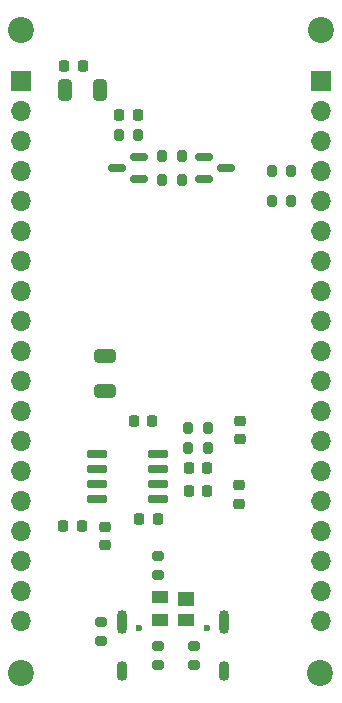
<source format=gbr>
%TF.GenerationSoftware,KiCad,Pcbnew,5.99.0-unknown-46c4727783~106~ubuntu20.04.1*%
%TF.CreationDate,2021-01-07T16:46:55-03:00*%
%TF.ProjectId,lisa32,6c697361-3332-42e6-9b69-6361645f7063,rev?*%
%TF.SameCoordinates,Original*%
%TF.FileFunction,Soldermask,Bot*%
%TF.FilePolarity,Negative*%
%FSLAX46Y46*%
G04 Gerber Fmt 4.6, Leading zero omitted, Abs format (unit mm)*
G04 Created by KiCad (PCBNEW 5.99.0-unknown-46c4727783~106~ubuntu20.04.1) date 2021-01-07 16:46:55*
%MOMM*%
%LPD*%
G01*
G04 APERTURE LIST*
G04 Aperture macros list*
%AMRoundRect*
0 Rectangle with rounded corners*
0 $1 Rounding radius*
0 $2 $3 $4 $5 $6 $7 $8 $9 X,Y pos of 4 corners*
0 Add a 4 corners polygon primitive as box body*
4,1,4,$2,$3,$4,$5,$6,$7,$8,$9,$2,$3,0*
0 Add four circle primitives for the rounded corners*
1,1,$1+$1,$2,$3,0*
1,1,$1+$1,$4,$5,0*
1,1,$1+$1,$6,$7,0*
1,1,$1+$1,$8,$9,0*
0 Add four rect primitives between the rounded corners*
20,1,$1+$1,$2,$3,$4,$5,0*
20,1,$1+$1,$4,$5,$6,$7,0*
20,1,$1+$1,$6,$7,$8,$9,0*
20,1,$1+$1,$8,$9,$2,$3,0*%
G04 Aperture macros list end*
%ADD10C,0.600000*%
%ADD11O,0.900000X1.700000*%
%ADD12O,0.900000X2.000000*%
%ADD13R,1.700000X1.700000*%
%ADD14O,1.700000X1.700000*%
%ADD15C,2.200000*%
%ADD16R,1.400000X1.200000*%
%ADD17R,1.400000X1.000000*%
%ADD18RoundRect,0.150000X-0.587500X-0.150000X0.587500X-0.150000X0.587500X0.150000X-0.587500X0.150000X0*%
%ADD19RoundRect,0.200000X-0.200000X-0.275000X0.200000X-0.275000X0.200000X0.275000X-0.200000X0.275000X0*%
%ADD20RoundRect,0.200000X-0.275000X0.200000X-0.275000X-0.200000X0.275000X-0.200000X0.275000X0.200000X0*%
%ADD21RoundRect,0.225000X-0.250000X0.225000X-0.250000X-0.225000X0.250000X-0.225000X0.250000X0.225000X0*%
%ADD22RoundRect,0.218750X-0.218750X-0.256250X0.218750X-0.256250X0.218750X0.256250X-0.218750X0.256250X0*%
%ADD23RoundRect,0.150000X-0.725000X-0.150000X0.725000X-0.150000X0.725000X0.150000X-0.725000X0.150000X0*%
%ADD24RoundRect,0.200000X0.200000X0.275000X-0.200000X0.275000X-0.200000X-0.275000X0.200000X-0.275000X0*%
%ADD25RoundRect,0.225000X-0.225000X-0.250000X0.225000X-0.250000X0.225000X0.250000X-0.225000X0.250000X0*%
%ADD26RoundRect,0.250000X0.650000X-0.325000X0.650000X0.325000X-0.650000X0.325000X-0.650000X-0.325000X0*%
%ADD27RoundRect,0.218750X0.218750X0.256250X-0.218750X0.256250X-0.218750X-0.256250X0.218750X-0.256250X0*%
%ADD28RoundRect,0.150000X0.587500X0.150000X-0.587500X0.150000X-0.587500X-0.150000X0.587500X-0.150000X0*%
%ADD29RoundRect,0.250000X-0.325000X-0.650000X0.325000X-0.650000X0.325000X0.650000X-0.325000X0.650000X0*%
%ADD30RoundRect,0.225000X0.225000X0.250000X-0.225000X0.250000X-0.225000X-0.250000X0.225000X-0.250000X0*%
%ADD31RoundRect,0.200000X0.275000X-0.200000X0.275000X0.200000X-0.275000X0.200000X-0.275000X-0.200000X0*%
G04 APERTURE END LIST*
D10*
%TO.C,J1*%
X11842000Y-52525000D03*
X17622000Y-52525000D03*
D11*
X19052000Y-56215000D03*
X10412000Y-56215000D03*
D12*
X19052000Y-52045000D03*
X10412000Y-52045000D03*
%TD*%
D13*
%TO.C,J3*%
X27305000Y-6223000D03*
D14*
X27305000Y-8763000D03*
X27305000Y-11303000D03*
X27305000Y-13843000D03*
X27305000Y-16383000D03*
X27305000Y-18923000D03*
X27305000Y-21463000D03*
X27305000Y-24003000D03*
X27305000Y-26543000D03*
X27305000Y-29083000D03*
X27305000Y-31623000D03*
X27305000Y-34163000D03*
X27305000Y-36703000D03*
X27305000Y-39243000D03*
X27305000Y-41783000D03*
X27305000Y-44323000D03*
X27305000Y-46863000D03*
X27305000Y-49403000D03*
X27305000Y-51943000D03*
%TD*%
D13*
%TO.C,J2*%
X1905000Y-6223000D03*
D14*
X1905000Y-8763000D03*
X1905000Y-11303000D03*
X1905000Y-13843000D03*
X1905000Y-16383000D03*
X1905000Y-18923000D03*
X1905000Y-21463000D03*
X1905000Y-24003000D03*
X1905000Y-26543000D03*
X1905000Y-29083000D03*
X1905000Y-31623000D03*
X1905000Y-34163000D03*
X1905000Y-36703000D03*
X1905000Y-39243000D03*
X1905000Y-41783000D03*
X1905000Y-44323000D03*
X1905000Y-46863000D03*
X1905000Y-49403000D03*
X1905000Y-51943000D03*
%TD*%
D15*
%TO.C,H3*%
X27178000Y-56388000D03*
%TD*%
%TO.C,H1*%
X1905000Y-1905000D03*
%TD*%
%TO.C,H2*%
X27305000Y-1905000D03*
%TD*%
%TO.C,H4*%
X1905000Y-56388000D03*
%TD*%
D16*
%TO.C,D2*%
X15832000Y-50131600D03*
D17*
X15832000Y-51851600D03*
X13632000Y-51851600D03*
X13632000Y-49951600D03*
%TD*%
D18*
%TO.C,Q2*%
X17413500Y-14539000D03*
X17413500Y-12639000D03*
X19288500Y-13589000D03*
%TD*%
D19*
%TO.C,R5*%
X13843000Y-14605000D03*
X15493000Y-14605000D03*
%TD*%
D20*
%TO.C,R3*%
X16510000Y-54039000D03*
X16510000Y-55689000D03*
%TD*%
D21*
%TO.C,C17*%
X20421600Y-34988200D03*
X20421600Y-36538200D03*
%TD*%
D20*
%TO.C,R2*%
X13462000Y-54039000D03*
X13462000Y-55689000D03*
%TD*%
D22*
%TO.C,L2*%
X5460900Y-43942000D03*
X7035900Y-43942000D03*
%TD*%
D23*
%TO.C,U4*%
X8347000Y-41656000D03*
X8347000Y-40386000D03*
X8347000Y-39116000D03*
X8347000Y-37846000D03*
X13497000Y-37846000D03*
X13497000Y-39116000D03*
X13497000Y-40386000D03*
X13497000Y-41656000D03*
%TD*%
D19*
%TO.C,R20*%
X16040600Y-37287200D03*
X17690600Y-37287200D03*
%TD*%
D24*
%TO.C,R21*%
X11810000Y-10795000D03*
X10160000Y-10795000D03*
%TD*%
D25*
%TO.C,C19*%
X11467800Y-35001200D03*
X13017800Y-35001200D03*
%TD*%
D21*
%TO.C,C15*%
X9042400Y-43979800D03*
X9042400Y-45529800D03*
%TD*%
D26*
%TO.C,C11*%
X9017000Y-32463000D03*
X9017000Y-29513000D03*
%TD*%
D19*
%TO.C,R19*%
X16040600Y-35661600D03*
X17690600Y-35661600D03*
%TD*%
D20*
%TO.C,R1*%
X8636000Y-52007000D03*
X8636000Y-53657000D03*
%TD*%
D25*
%TO.C,C7*%
X16090600Y-38989000D03*
X17640600Y-38989000D03*
%TD*%
D24*
%TO.C,R4*%
X15493000Y-12573000D03*
X13843000Y-12573000D03*
%TD*%
D27*
%TO.C,L1*%
X17653100Y-40970200D03*
X16078100Y-40970200D03*
%TD*%
D28*
%TO.C,Q1*%
X11922500Y-12639000D03*
X11922500Y-14539000D03*
X10047500Y-13589000D03*
%TD*%
D25*
%TO.C,C22*%
X5575000Y-4953000D03*
X7125000Y-4953000D03*
%TD*%
%TO.C,C20*%
X10210000Y-9144000D03*
X11760000Y-9144000D03*
%TD*%
D21*
%TO.C,C16*%
X20370800Y-40474600D03*
X20370800Y-42024600D03*
%TD*%
D29*
%TO.C,C21*%
X5637000Y-6985000D03*
X8587000Y-6985000D03*
%TD*%
D30*
%TO.C,C5*%
X13475000Y-43332400D03*
X11925000Y-43332400D03*
%TD*%
D19*
%TO.C,R6*%
X23101800Y-16383000D03*
X24751800Y-16383000D03*
%TD*%
%TO.C,R7*%
X23101800Y-13843000D03*
X24751800Y-13843000D03*
%TD*%
D31*
%TO.C,R17*%
X13462000Y-48069000D03*
X13462000Y-46419000D03*
%TD*%
M02*

</source>
